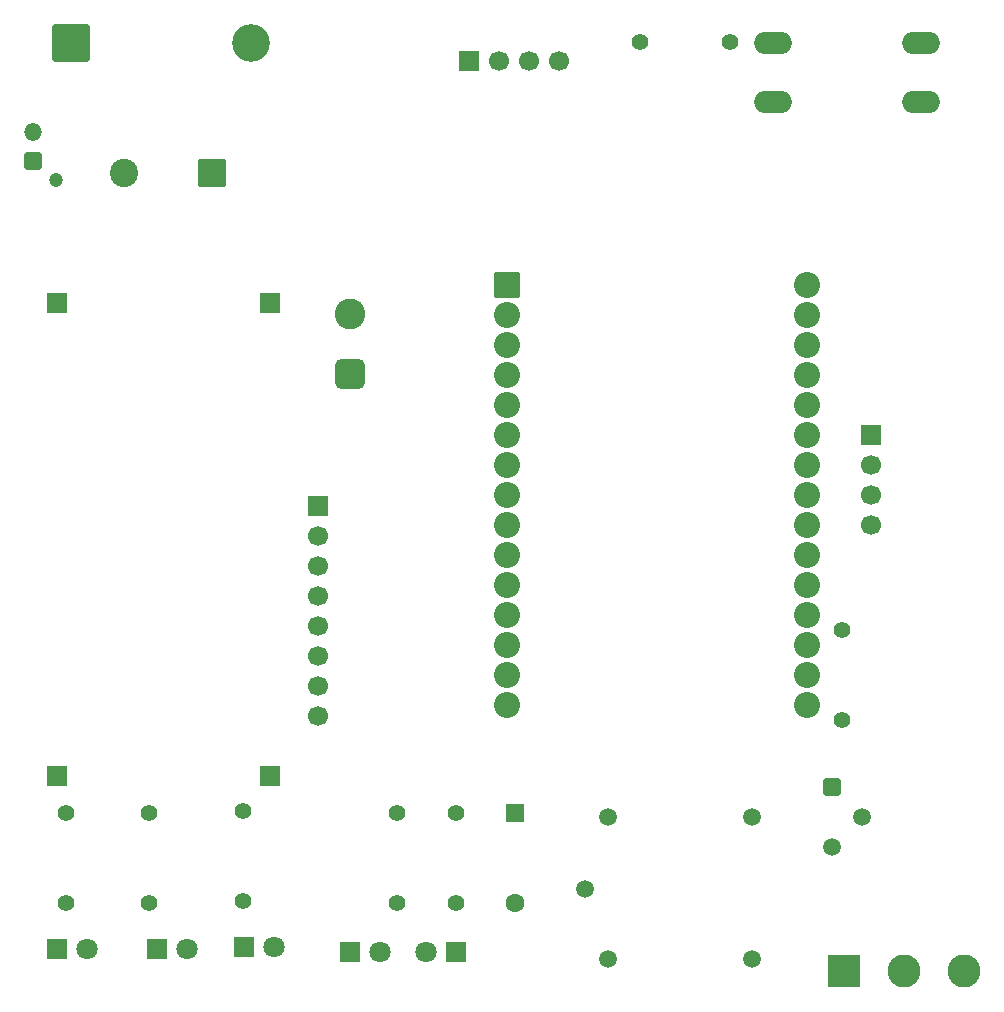
<source format=gbr>
%TF.GenerationSoftware,KiCad,Pcbnew,9.0.4*%
%TF.CreationDate,2025-11-10T11:11:46+05:30*%
%TF.ProjectId,BikeSSv3,42696b65-5353-4763-932e-6b696361645f,rev?*%
%TF.SameCoordinates,Original*%
%TF.FileFunction,Soldermask,Top*%
%TF.FilePolarity,Negative*%
%FSLAX46Y46*%
G04 Gerber Fmt 4.6, Leading zero omitted, Abs format (unit mm)*
G04 Created by KiCad (PCBNEW 9.0.4) date 2025-11-10 11:11:46*
%MOMM*%
%LPD*%
G01*
G04 APERTURE LIST*
G04 Aperture macros list*
%AMRoundRect*
0 Rectangle with rounded corners*
0 $1 Rounding radius*
0 $2 $3 $4 $5 $6 $7 $8 $9 X,Y pos of 4 corners*
0 Add a 4 corners polygon primitive as box body*
4,1,4,$2,$3,$4,$5,$6,$7,$8,$9,$2,$3,0*
0 Add four circle primitives for the rounded corners*
1,1,$1+$1,$2,$3*
1,1,$1+$1,$4,$5*
1,1,$1+$1,$6,$7*
1,1,$1+$1,$8,$9*
0 Add four rect primitives between the rounded corners*
20,1,$1+$1,$2,$3,$4,$5,0*
20,1,$1+$1,$4,$5,$6,$7,0*
20,1,$1+$1,$6,$7,$8,$9,0*
20,1,$1+$1,$8,$9,$2,$3,0*%
G04 Aperture macros list end*
%ADD10R,1.700000X1.700000*%
%ADD11C,1.700000*%
%ADD12C,1.400000*%
%ADD13R,1.800000X1.800000*%
%ADD14C,1.800000*%
%ADD15RoundRect,0.650000X0.650000X-0.650000X0.650000X0.650000X-0.650000X0.650000X-0.650000X-0.650000X0*%
%ADD16C,2.600000*%
%ADD17RoundRect,0.250000X-0.500000X0.500000X-0.500000X-0.500000X0.500000X-0.500000X0.500000X0.500000X0*%
%ADD18C,1.500000*%
%ADD19O,3.200000X1.900000*%
%ADD20RoundRect,0.102000X-1.000000X-1.000000X1.000000X-1.000000X1.000000X1.000000X-1.000000X1.000000X0*%
%ADD21C,2.204000*%
%ADD22RoundRect,0.250000X-1.350000X-1.350000X1.350000X-1.350000X1.350000X1.350000X-1.350000X1.350000X0*%
%ADD23C,3.200000*%
%ADD24R,2.800000X2.800000*%
%ADD25C,2.800000*%
%ADD26C,1.512000*%
%ADD27RoundRect,0.250000X-0.550000X0.550000X-0.550000X-0.550000X0.550000X-0.550000X0.550000X0.550000X0*%
%ADD28C,1.600000*%
%ADD29C,1.200000*%
%ADD30RoundRect,0.220589X0.529411X-0.529411X0.529411X0.529411X-0.529411X0.529411X-0.529411X-0.529411X0*%
%ADD31O,1.500000X1.500000*%
%ADD32RoundRect,0.250001X0.949999X0.949999X-0.949999X0.949999X-0.949999X-0.949999X0.949999X-0.949999X0*%
%ADD33C,2.400000*%
G04 APERTURE END LIST*
D10*
%TO.C,J107*%
X229980000Y-79525000D03*
D11*
X232520000Y-79525000D03*
X235060000Y-79525000D03*
X237600000Y-79525000D03*
%TD*%
D10*
%TO.C,J108*%
X195100000Y-140025000D03*
%TD*%
D12*
%TO.C,R102*%
X210880000Y-150610000D03*
X210880000Y-142990000D03*
%TD*%
D10*
%TO.C,J104*%
X217200000Y-117180000D03*
D11*
X217200000Y-119720000D03*
X217200000Y-122260000D03*
X217200000Y-124800000D03*
X217200000Y-127340000D03*
X217200000Y-129880000D03*
X217200000Y-132420000D03*
X217200000Y-134960000D03*
%TD*%
D13*
%TO.C,D107*%
X219880000Y-155000000D03*
D14*
X222420000Y-155000000D03*
%TD*%
D13*
%TO.C,D106*%
X228880000Y-155000000D03*
D14*
X226340000Y-155000000D03*
%TD*%
D12*
%TO.C,R103*%
X195880000Y-150810000D03*
X195880000Y-143190000D03*
%TD*%
D15*
%TO.C,TP101*%
X219880000Y-106065000D03*
D16*
X219880000Y-100985000D03*
%TD*%
D12*
%TO.C,R105*%
X228880000Y-143190000D03*
X228880000Y-150810000D03*
%TD*%
D13*
%TO.C,D103*%
X210930000Y-154525000D03*
D14*
X213470000Y-154525000D03*
%TD*%
D17*
%TO.C,Q101*%
X260700000Y-141020000D03*
D18*
X263240000Y-143560000D03*
X260700000Y-146100000D03*
%TD*%
D19*
%TO.C,SW102*%
X255750000Y-78025000D03*
X268250000Y-78025000D03*
X255750000Y-83025000D03*
X268250000Y-83025000D03*
%TD*%
D10*
%TO.C,J105*%
X264000000Y-111200000D03*
D11*
X264000000Y-113740000D03*
X264000000Y-116280000D03*
X264000000Y-118820000D03*
%TD*%
D10*
%TO.C,J106*%
X195100000Y-100025000D03*
%TD*%
D12*
%TO.C,R107*%
X261600000Y-127715000D03*
X261600000Y-135335000D03*
%TD*%
%TO.C,R101*%
X202880000Y-150810000D03*
X202880000Y-143190000D03*
%TD*%
D10*
%TO.C,J102*%
X213100000Y-100025000D03*
%TD*%
D12*
%TO.C,R106*%
X223880000Y-143190000D03*
X223880000Y-150810000D03*
%TD*%
D13*
%TO.C,D102*%
X203530000Y-154725000D03*
D14*
X206070000Y-154725000D03*
%TD*%
D20*
%TO.C,U101*%
X233180000Y-98485000D03*
D21*
X233180000Y-101025000D03*
X233180000Y-103565000D03*
X233180000Y-106105000D03*
X233180000Y-108645000D03*
X233180000Y-111185000D03*
X233180000Y-113725000D03*
X233180000Y-116265000D03*
X233180000Y-118805000D03*
X233180000Y-121345000D03*
X233180000Y-123885000D03*
X233180000Y-126425000D03*
X233180000Y-128965000D03*
X233180000Y-131505000D03*
X233180000Y-134045000D03*
X258580000Y-134045000D03*
X258580000Y-131505000D03*
X258580000Y-128965000D03*
X258580000Y-126425000D03*
X258580000Y-123885000D03*
X258580000Y-121345000D03*
X258580000Y-118805000D03*
X258580000Y-116265000D03*
X258580000Y-113725000D03*
X258580000Y-111185000D03*
X258580000Y-108645000D03*
X258580000Y-106105000D03*
X258580000Y-103565000D03*
X258580000Y-101025000D03*
X258580000Y-98485000D03*
%TD*%
D22*
%TO.C,D101*%
X196260000Y-78000000D03*
D23*
X211500000Y-78000000D03*
%TD*%
D12*
%TO.C,R104*%
X244440000Y-77950000D03*
X252060000Y-77950000D03*
%TD*%
D24*
%TO.C,J112*%
X261720000Y-156600000D03*
D25*
X266800000Y-156600000D03*
X271880000Y-156600000D03*
%TD*%
D26*
%TO.C,K101*%
X241780000Y-143525000D03*
X241780000Y-155525000D03*
X239780000Y-149645000D03*
X253980000Y-143525000D03*
X253980000Y-155525000D03*
%TD*%
D13*
%TO.C,D104*%
X195130000Y-154725000D03*
D14*
X197670000Y-154725000D03*
%TD*%
D27*
%TO.C,D105*%
X233880000Y-143190000D03*
D28*
X233880000Y-150810000D03*
%TD*%
D29*
%TO.C,J101*%
X195053674Y-89600000D03*
D30*
X193053674Y-88000000D03*
D31*
X193053674Y-85500000D03*
%TD*%
D32*
%TO.C,C101*%
X208252651Y-89000000D03*
D33*
X200752651Y-89000000D03*
%TD*%
D10*
%TO.C,J103*%
X213100000Y-140025000D03*
%TD*%
M02*

</source>
